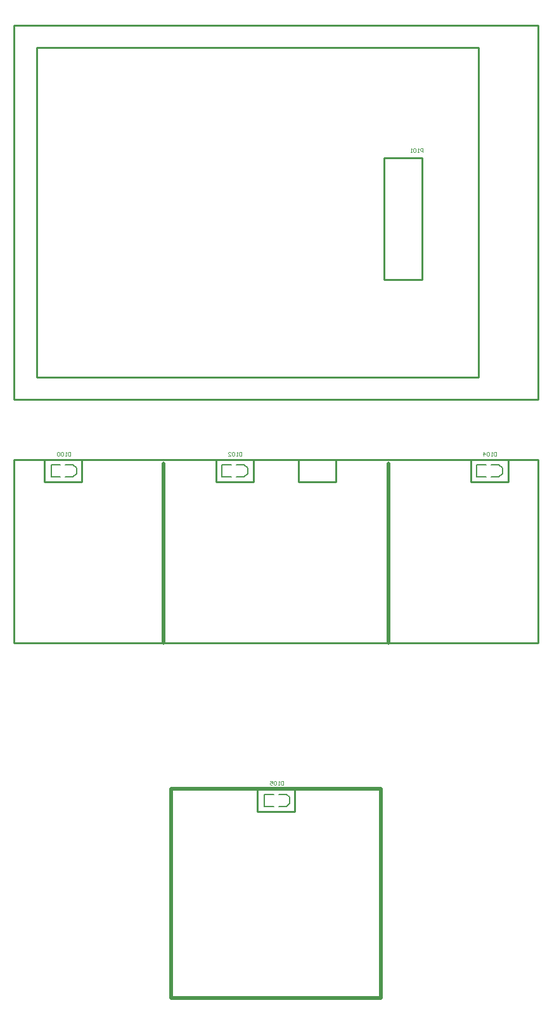
<source format=gbo>
%FSDAX24Y24*%
%MOIN*%
%SFA1B1*%

%IPPOS*%
%ADD44C,0.010000*%
%ADD49C,0.019700*%
%ADD78C,0.007900*%
%ADD79C,0.003900*%
%LNde-290817-1*%
%LPD*%
G54D44*
X032772Y050951D02*
Y057351D01*
Y050951D02*
X034772D01*
Y057351*
X032772D02*
X034772D01*
X013300Y064331D02*
X040859D01*
X013300Y044646D02*
X040859D01*
X013300D02*
Y064331D01*
X040859Y044646D02*
Y064331D01*
X014481Y045827D02*
X037709D01*
X014481D02*
Y063150D01*
X037709Y045827D02*
Y063150D01*
X014481D02*
X037709D01*
X013300Y041496D02*
X040850D01*
X013300Y031851D02*
X040850D01*
X013300D02*
Y041496D01*
X040850Y031851D02*
Y041496D01*
X014875Y040315D02*
Y041496D01*
Y040315D02*
X016843D01*
Y041496*
X025898Y040315D02*
Y041496D01*
X023930Y040315D02*
X025898D01*
X023930D02*
Y041496D01*
X030229Y040315D02*
Y041496D01*
X028261Y040315D02*
X030229D01*
X028261D02*
Y041496D01*
X039284Y040315D02*
Y041496D01*
X037316Y040315D02*
X039284D01*
X037316D02*
Y041496D01*
X028064Y022993D02*
Y024174D01*
X026095Y022993D02*
X028064D01*
X026095D02*
Y024174D01*
G54D49*
X021174Y031851D02*
Y041300D01*
X032985Y031851D02*
Y041300D01*
X032591Y013200D02*
Y024174D01*
X021568Y013200D02*
Y024174D01*
Y013200D02*
X032591D01*
X021568Y024174D02*
X032591D01*
G54D78*
X026469Y023898D02*
X026942D01*
X026469Y023268D02*
X026942D01*
X026469D02*
Y023898D01*
X027808Y023426D02*
Y023741D01*
X027217Y023898D02*
X027611D01*
Y023268D02*
X027808Y023426D01*
X027611Y023898D02*
X027808Y023741D01*
X027217Y023268D02*
X027611D01*
X015249Y041221D02*
X015721D01*
X015249Y040591D02*
X015721D01*
X015249D02*
Y041221D01*
X016587Y040748D02*
Y041063D01*
X015997Y041221D02*
X016391D01*
Y040591D02*
X016587Y040748D01*
X016391Y041221D02*
X016587Y041063D01*
X015997Y040591D02*
X016391D01*
X024988Y040585D02*
X025382D01*
Y041215D02*
X025578Y041057D01*
X025382Y040585D02*
X025578Y040743D01*
X024988Y041215D02*
X025382D01*
X025578Y040743D02*
Y041057D01*
X024240Y040585D02*
Y041215D01*
Y040585D02*
X024712D01*
X024240Y041215D02*
X024712D01*
X037640Y041221D02*
X038112D01*
X037640Y040591D02*
X038112D01*
X037640D02*
Y041221D01*
X038978Y040748D02*
Y041063D01*
X038388Y041221D02*
X038781D01*
Y040591D02*
X038978Y040748D01*
X038781Y041221D02*
X038978Y041063D01*
X038388Y040591D02*
X038781D01*
G54D79*
X034780Y057640D02*
Y057837D01*
X034682*
X034649Y057804*
Y057738*
X034682Y057706*
X034780*
X034583Y057640D02*
X034518D01*
X034550*
Y057837*
X034583Y057804*
X034419D02*
X034386Y057837D01*
X034321*
X034288Y057804*
Y057673*
X034321Y057640*
X034386*
X034419Y057673*
Y057804*
X034222Y057640D02*
X034157D01*
X034190*
Y057837*
X034222Y057804*
X027450Y024597D02*
Y024400D01*
X027352*
X027319Y024433*
Y024564*
X027352Y024597*
X027450*
X027253Y024400D02*
X027188D01*
X027220*
Y024597*
X027253Y024564*
X027089D02*
X027056Y024597D01*
X026991*
X026958Y024564*
Y024433*
X026991Y024400*
X027056*
X027089Y024433*
Y024564*
X026761Y024597D02*
X026892D01*
Y024498*
X026827Y024531*
X026794*
X026761Y024498*
Y024433*
X026794Y024400*
X026860*
X026892Y024433*
X038650Y041897D02*
Y041700D01*
X038552*
X038519Y041733*
Y041864*
X038552Y041897*
X038650*
X038453Y041700D02*
X038388D01*
X038420*
Y041897*
X038453Y041864*
X038289D02*
X038256Y041897D01*
X038191*
X038158Y041864*
Y041733*
X038191Y041700*
X038256*
X038289Y041733*
Y041864*
X037994Y041700D02*
Y041897D01*
X038092Y041798*
X037961*
X025250Y041891D02*
Y041694D01*
X025152*
X025119Y041727*
Y041858*
X025152Y041891*
X025250*
X025053Y041694D02*
X024988D01*
X025020*
Y041891*
X025053Y041858*
X024889D02*
X024856Y041891D01*
X024791*
X024758Y041858*
Y041727*
X024791Y041694*
X024856*
X024889Y041727*
Y041858*
X024561Y041694D02*
X024692D01*
X024561Y041825*
Y041858*
X024594Y041891*
X024660*
X024692Y041858*
X016250Y041897D02*
Y041700D01*
X016152*
X016119Y041733*
Y041864*
X016152Y041897*
X016250*
X016053Y041700D02*
X015988D01*
X016020*
Y041897*
X016053Y041864*
X015889D02*
X015856Y041897D01*
X015791*
X015758Y041864*
Y041733*
X015791Y041700*
X015856*
X015889Y041733*
Y041864*
X015692D02*
X015660Y041897D01*
X015594*
X015561Y041864*
Y041733*
X015594Y041700*
X015660*
X015692Y041733*
Y041864*
M02*
</source>
